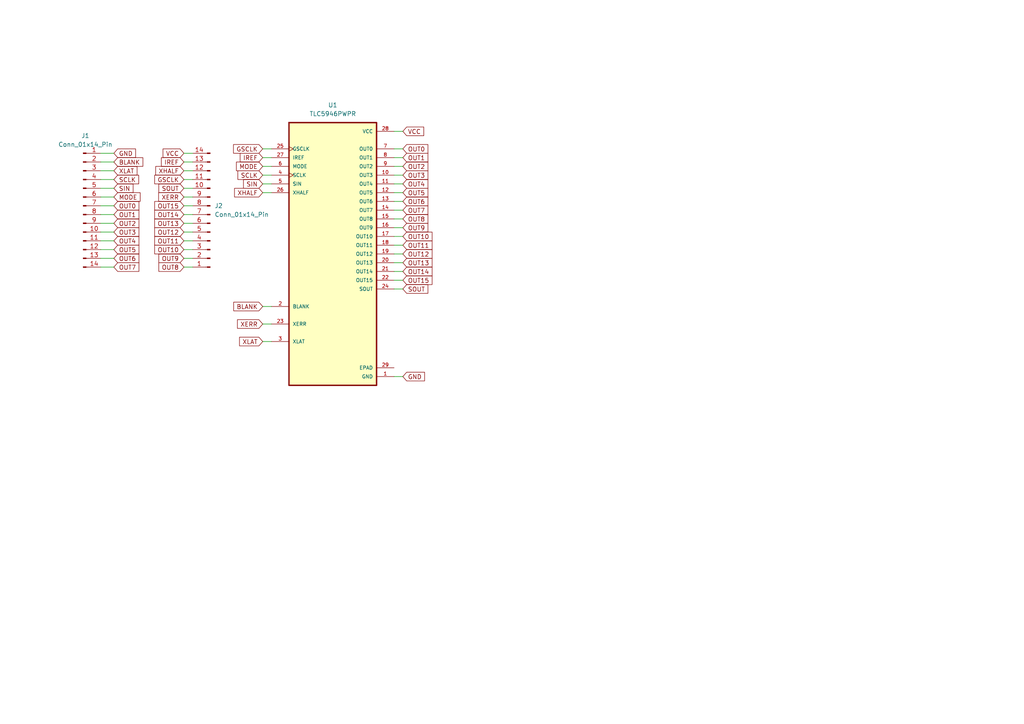
<source format=kicad_sch>
(kicad_sch (version 20231120) (generator "eeschema") (generator_version "8.0")
  (paper "A4")
  (lib_symbols
    (symbol "Connector:Conn_01x14_Pin" (pin_names (offset 1.016) hide)
      (property "Reference" "J" (at 0 17.78 0))
      (property "Value" "Conn_01x14_Pin" (at 0 -20.32 0))
      (symbol "Conn_01x14_Pin_1_1"
        (polyline (pts (xy 1.27 -17.78) (xy 0.8636 -17.78)) (stroke (width 0.1524)))
        (polyline (pts (xy 1.27 -15.24) (xy 0.8636 -15.24)) (stroke (width 0.1524)))
        (polyline (pts (xy 1.27 -12.7) (xy 0.8636 -12.7)) (stroke (width 0.1524)))
        (polyline (pts (xy 1.27 -10.16) (xy 0.8636 -10.16)) (stroke (width 0.1524)))
        (polyline (pts (xy 1.27 -7.62) (xy 0.8636 -7.62)) (stroke (width 0.1524)))
        (polyline (pts (xy 1.27 -5.08) (xy 0.8636 -5.08)) (stroke (width 0.1524)))
        (polyline (pts (xy 1.27 -2.54) (xy 0.8636 -2.54)) (stroke (width 0.1524)))
        (polyline (pts (xy 1.27 0) (xy 0.8636 0)) (stroke (width 0.1524)))
        (polyline (pts (xy 1.27 2.54) (xy 0.8636 2.54)) (stroke (width 0.1524)))
        (polyline (pts (xy 1.27 5.08) (xy 0.8636 5.08)) (stroke (width 0.1524)))
        (polyline (pts (xy 1.27 7.62) (xy 0.8636 7.62)) (stroke (width 0.1524)))
        (polyline (pts (xy 1.27 10.16) (xy 0.8636 10.16)) (stroke (width 0.1524)))
        (polyline (pts (xy 1.27 12.7) (xy 0.8636 12.7)) (stroke (width 0.1524)))
        (polyline (pts (xy 1.27 15.24) (xy 0.8636 15.24)) (stroke (width 0.1524)))
        (rectangle (start 0.8636 -17.653) (end 0 -17.907) (stroke (width 0.1524)) (fill (type outline)))
        (rectangle (start 0.8636 -15.113) (end 0 -15.367) (stroke (width 0.1524)) (fill (type outline)))
        (rectangle (start 0.8636 -12.573) (end 0 -12.827) (stroke (width 0.1524)) (fill (type outline)))
        (rectangle (start 0.8636 -10.033) (end 0 -10.287) (stroke (width 0.1524)) (fill (type outline)))
        (rectangle (start 0.8636 -7.493) (end 0 -7.747) (stroke (width 0.1524)) (fill (type outline)))
        (rectangle (start 0.8636 -4.953) (end 0 -5.207) (stroke (width 0.1524)) (fill (type outline)))
        (rectangle (start 0.8636 -2.413) (end 0 -2.667) (stroke (width 0.1524)) (fill (type outline)))
        (rectangle (start 0.8636 0.127) (end 0 -0.127) (stroke (width 0.1524)) (fill (type outline)))
        (rectangle (start 0.8636 2.667) (end 0 2.413) (stroke (width 0.1524)) (fill (type outline)))
        (rectangle (start 0.8636 5.207) (end 0 4.953) (stroke (width 0.1524)) (fill (type outline)))
        (rectangle (start 0.8636 7.747) (end 0 7.493) (stroke (width 0.1524)) (fill (type outline)))
        (rectangle (start 0.8636 10.287) (end 0 10.033) (stroke (width 0.1524)) (fill (type outline)))
        (rectangle (start 0.8636 12.827) (end 0 12.573) (stroke (width 0.1524)) (fill (type outline)))
        (rectangle (start 0.8636 15.367) (end 0 15.113) (stroke (width 0.1524)) (fill (type outline)))
        (pin passive line (at 5.08 15.24 180) (length 3.81) (name "Pin_1") (number "1"))
        (pin passive line (at 5.08 -7.62 180) (length 3.81) (name "Pin_10") (number "10"))
        (pin passive line (at 5.08 -10.16 180) (length 3.81) (name "Pin_11") (number "11"))
        (pin passive line (at 5.08 -12.7 180) (length 3.81) (name "Pin_12") (number "12"))
        (pin passive line (at 5.08 -15.24 180) (length 3.81) (name "Pin_13") (number "13"))
        (pin passive line (at 5.08 -17.78 180) (length 3.81) (name "Pin_14") (number "14"))
        (pin passive line (at 5.08 12.7 180) (length 3.81) (name "Pin_2") (number "2"))
        (pin passive line (at 5.08 10.16 180) (length 3.81) (name "Pin_3") (number "3"))
        (pin passive line (at 5.08 7.62 180) (length 3.81) (name "Pin_4") (number "4"))
        (pin passive line (at 5.08 5.08 180) (length 3.81) (name "Pin_5") (number "5"))
        (pin passive line (at 5.08 2.54 180) (length 3.81) (name "Pin_6") (number "6"))
        (pin passive line (at 5.08 0 180) (length 3.81) (name "Pin_7") (number "7"))
        (pin passive line (at 5.08 -2.54 180) (length 3.81) (name "Pin_8") (number "8"))
        (pin passive line (at 5.08 -5.08 180) (length 3.81) (name "Pin_9") (number "9"))
      )
    )
    (symbol "TLC5946PWPR:TLC5946PWPR" (pin_names (offset 1.016))
      (property "Reference" "U" (at -12.7 39.1 0))
      (property "Value" "TLC5946PWPR" (at -12.7 -42.1 0))
      (symbol "TLC5946PWPR_0_0"
        (rectangle (start -12.7 -38.1) (end 12.7 38.1) (stroke (width 0.41)) (fill (type background)))
        (pin power_in line (at 17.78 -35.56 180) (length 5.08) (name "GND") (number "1"))
        (pin output line (at 17.78 22.86 180) (length 5.08) (name "OUT3") (number "10"))
        (pin output line (at 17.78 20.32 180) (length 5.08) (name "OUT4") (number "11"))
        (pin output line (at 17.78 17.78 180) (length 5.08) (name "OUT5") (number "12"))
        (pin output line (at 17.78 15.24 180) (length 5.08) (name "OUT6") (number "13"))
        (pin output line (at 17.78 12.7 180) (length 5.08) (name "OUT7") (number "14"))
        (pin output line (at 17.78 10.16 180) (length 5.08) (name "OUT8") (number "15"))
        (pin output line (at 17.78 7.62 180) (length 5.08) (name "OUT9") (number "16"))
        (pin output line (at 17.78 5.08 180) (length 5.08) (name "OUT10") (number "17"))
        (pin output line (at 17.78 2.54 180) (length 5.08) (name "OUT11") (number "18"))
        (pin output line (at 17.78 0 180) (length 5.08) (name "OUT12") (number "19"))
        (pin bidirectional line (at -17.78 -15.24 0) (length 5.08) (name "BLANK") (number "2"))
        (pin output line (at 17.78 -2.54 180) (length 5.08) (name "OUT13") (number "20"))
        (pin output line (at 17.78 -5.08 180) (length 5.08) (name "OUT14") (number "21"))
        (pin output line (at 17.78 -7.62 180) (length 5.08) (name "OUT15") (number "22"))
        (pin bidirectional line (at -17.78 -20.32 0) (length 5.08) (name "XERR") (number "23"))
        (pin output line (at 17.78 -10.16 180) (length 5.08) (name "SOUT") (number "24"))
        (pin input clock (at -17.78 30.48 0) (length 5.08) (name "GSCLK") (number "25"))
        (pin input line (at -17.78 17.78 0) (length 5.08) (name "XHALF") (number "26"))
        (pin input line (at -17.78 27.94 0) (length 5.08) (name "IREF") (number "27"))
        (pin power_in line (at 17.78 35.56 180) (length 5.08) (name "VCC") (number "28"))
        (pin power_in line (at 17.78 -33.02 180) (length 5.08) (name "EPAD") (number "29"))
        (pin bidirectional line (at -17.78 -25.4 0) (length 5.08) (name "XLAT") (number "3"))
        (pin input clock (at -17.78 22.86 0) (length 5.08) (name "SCLK") (number "4"))
        (pin input line (at -17.78 20.32 0) (length 5.08) (name "SIN") (number "5"))
        (pin input line (at -17.78 25.4 0) (length 5.08) (name "MODE") (number "6"))
        (pin output line (at 17.78 30.48 180) (length 5.08) (name "OUT0") (number "7"))
        (pin output line (at 17.78 27.94 180) (length 5.08) (name "OUT1") (number "8"))
        (pin output line (at 17.78 25.4 180) (length 5.08) (name "OUT2") (number "9"))
      )
    )
  )
  (wire (pts (xy 76.2 93.98) (xy 78.74 93.98)))
  (wire (pts (xy 29.21 69.85) (xy 33.02 69.85)))
  (wire (pts (xy 114.3 60.96) (xy 116.84 60.96)))
  (wire (pts (xy 76.2 45.72) (xy 78.74 45.72)))
  (wire (pts (xy 114.3 78.74) (xy 116.84 78.74)))
  (wire (pts (xy 76.2 43.18) (xy 78.74 43.18)))
  (wire (pts (xy 114.3 55.88) (xy 116.84 55.88)))
  (wire (pts (xy 114.3 38.1) (xy 116.84 38.1)))
  (wire (pts (xy 53.34 74.93) (xy 55.88 74.93)))
  (wire (pts (xy 53.34 77.47) (xy 55.88 77.47)))
  (wire (pts (xy 114.3 63.5) (xy 116.84 63.5)))
  (wire (pts (xy 53.34 62.23) (xy 55.88 62.23)))
  (wire (pts (xy 29.21 46.99) (xy 33.02 46.99)))
  (wire (pts (xy 53.34 57.15) (xy 55.88 57.15)))
  (wire (pts (xy 53.34 52.07) (xy 55.88 52.07)))
  (wire (pts (xy 114.3 76.2) (xy 116.84 76.2)))
  (wire (pts (xy 29.21 74.93) (xy 33.02 74.93)))
  (wire (pts (xy 29.21 52.07) (xy 33.02 52.07)))
  (wire (pts (xy 114.3 58.42) (xy 116.84 58.42)))
  (wire (pts (xy 114.3 73.66) (xy 116.84 73.66)))
  (wire (pts (xy 114.3 81.28) (xy 116.84 81.28)))
  (wire (pts (xy 53.34 67.31) (xy 55.88 67.31)))
  (wire (pts (xy 53.34 72.39) (xy 55.88 72.39)))
  (wire (pts (xy 29.21 44.45) (xy 33.02 44.45)))
  (wire (pts (xy 114.3 53.34) (xy 116.84 53.34)))
  (wire (pts (xy 53.34 46.99) (xy 55.88 46.99)))
  (wire (pts (xy 114.3 71.12) (xy 116.84 71.12)))
  (wire (pts (xy 53.34 59.69) (xy 55.88 59.69)))
  (wire (pts (xy 29.21 64.77) (xy 33.02 64.77)))
  (wire (pts (xy 29.21 57.15) (xy 33.02 57.15)))
  (wire (pts (xy 29.21 72.39) (xy 33.02 72.39)))
  (wire (pts (xy 53.34 69.85) (xy 55.88 69.85)))
  (wire (pts (xy 29.21 67.31) (xy 33.02 67.31)))
  (wire (pts (xy 29.21 54.61) (xy 33.02 54.61)))
  (wire (pts (xy 114.3 45.72) (xy 116.84 45.72)))
  (wire (pts (xy 114.3 68.58) (xy 116.84 68.58)))
  (wire (pts (xy 76.2 48.26) (xy 78.74 48.26)))
  (wire (pts (xy 114.3 83.82) (xy 116.84 83.82)))
  (wire (pts (xy 29.21 77.47) (xy 33.02 77.47)))
  (wire (pts (xy 53.34 44.45) (xy 55.88 44.45)))
  (wire (pts (xy 76.2 50.8) (xy 78.74 50.8)))
  (wire (pts (xy 76.2 88.9) (xy 78.74 88.9)))
  (wire (pts (xy 29.21 62.23) (xy 33.02 62.23)))
  (wire (pts (xy 29.21 59.69) (xy 33.02 59.69)))
  (wire (pts (xy 76.2 99.06) (xy 78.74 99.06)))
  (wire (pts (xy 29.21 49.53) (xy 33.02 49.53)))
  (wire (pts (xy 76.2 55.88) (xy 78.74 55.88)))
  (wire (pts (xy 114.3 109.22) (xy 116.84 109.22)))
  (wire (pts (xy 76.2 53.34) (xy 78.74 53.34)))
  (wire (pts (xy 114.3 50.8) (xy 116.84 50.8)))
  (wire (pts (xy 114.3 48.26) (xy 116.84 48.26)))
  (wire (pts (xy 53.34 54.61) (xy 55.88 54.61)))
  (wire (pts (xy 53.34 64.77) (xy 55.88 64.77)))
  (wire (pts (xy 114.3 66.04) (xy 116.84 66.04)))
  (wire (pts (xy 53.34 49.53) (xy 55.88 49.53)))
  (wire (pts (xy 114.3 43.18) (xy 116.84 43.18)))
  (global_label "OUT8" (shape input) (at 53.34 77.47 180) (property "Intersheetrefs" "${INTERSHEET_REFS}" (effects (hide yes))))
  (global_label "SIN" (shape input) (at 33.02 54.61 0) (property "Intersheetrefs" "${INTERSHEET_REFS}" (effects (hide yes))))
  (global_label "GND" (shape input) (at 33.02 44.45 0) (property "Intersheetrefs" "${INTERSHEET_REFS}" (effects (hide yes))))
  (global_label "OUT8" (shape input) (at 116.84 63.5 0) (property "Intersheetrefs" "${INTERSHEET_REFS}" (effects (hide yes))))
  (global_label "XERR" (shape input) (at 53.34 57.15 180) (property "Intersheetrefs" "${INTERSHEET_REFS}" (effects (hide yes))))
  (global_label "VCC" (shape input) (at 53.34 44.45 180) (property "Intersheetrefs" "${INTERSHEET_REFS}" (effects (hide yes))))
  (global_label "OUT11" (shape input) (at 116.84 71.12 0) (property "Intersheetrefs" "${INTERSHEET_REFS}" (effects (hide yes))))
  (global_label "OUT3" (shape input) (at 116.84 50.8 0) (property "Intersheetrefs" "${INTERSHEET_REFS}" (effects (hide yes))))
  (global_label "OUT2" (shape input) (at 116.84 48.26 0) (property "Intersheetrefs" "${INTERSHEET_REFS}" (effects (hide yes))))
  (global_label "XLAT" (shape input) (at 76.2 99.06 180) (property "Intersheetrefs" "${INTERSHEET_REFS}" (effects (hide yes))))
  (global_label "OUT9" (shape input) (at 53.34 74.93 180) (property "Intersheetrefs" "${INTERSHEET_REFS}" (effects (hide yes))))
  (global_label "OUT1" (shape input) (at 33.02 62.23 0) (property "Intersheetrefs" "${INTERSHEET_REFS}" (effects (hide yes))))
  (global_label "OUT5" (shape input) (at 116.84 55.88 0) (property "Intersheetrefs" "${INTERSHEET_REFS}" (effects (hide yes))))
  (global_label "OUT2" (shape input) (at 33.02 64.77 0) (property "Intersheetrefs" "${INTERSHEET_REFS}" (effects (hide yes))))
  (global_label "OUT15" (shape input) (at 53.34 59.69 180) (property "Intersheetrefs" "${INTERSHEET_REFS}" (effects (hide yes))))
  (global_label "GSCLK" (shape input) (at 53.34 52.07 180) (property "Intersheetrefs" "${INTERSHEET_REFS}" (effects (hide yes))))
  (global_label "OUT15" (shape input) (at 116.84 81.28 0) (property "Intersheetrefs" "${INTERSHEET_REFS}" (effects (hide yes))))
  (global_label "OUT9" (shape input) (at 116.84 66.04 0) (property "Intersheetrefs" "${INTERSHEET_REFS}" (effects (hide yes))))
  (global_label "GSCLK" (shape input) (at 76.2 43.18 180) (property "Intersheetrefs" "${INTERSHEET_REFS}" (effects (hide yes))))
  (global_label "OUT12" (shape input) (at 53.34 67.31 180) (property "Intersheetrefs" "${INTERSHEET_REFS}" (effects (hide yes))))
  (global_label "OUT6" (shape input) (at 33.02 74.93 0) (property "Intersheetrefs" "${INTERSHEET_REFS}" (effects (hide yes))))
  (global_label "BLANK" (shape input) (at 33.02 46.99 0) (property "Intersheetrefs" "${INTERSHEET_REFS}" (effects (hide yes))))
  (global_label "XERR" (shape input) (at 76.2 93.98 180) (property "Intersheetrefs" "${INTERSHEET_REFS}" (effects (hide yes))))
  (global_label "IREF" (shape input) (at 76.2 45.72 180) (property "Intersheetrefs" "${INTERSHEET_REFS}" (effects (hide yes))))
  (global_label "OUT4" (shape input) (at 116.84 53.34 0) (property "Intersheetrefs" "${INTERSHEET_REFS}" (effects (hide yes))))
  (global_label "OUT7" (shape input) (at 33.02 77.47 0) (property "Intersheetrefs" "${INTERSHEET_REFS}" (effects (hide yes))))
  (global_label "SOUT" (shape input) (at 53.34 54.61 180) (property "Intersheetrefs" "${INTERSHEET_REFS}" (effects (hide yes))))
  (global_label "OUT13" (shape input) (at 53.34 64.77 180) (property "Intersheetrefs" "${INTERSHEET_REFS}" (effects (hide yes))))
  (global_label "IREF" (shape input) (at 53.34 46.99 180) (property "Intersheetrefs" "${INTERSHEET_REFS}" (effects (hide yes))))
  (global_label "OUT14" (shape input) (at 53.34 62.23 180) (property "Intersheetrefs" "${INTERSHEET_REFS}" (effects (hide yes))))
  (global_label "OUT4" (shape input) (at 33.02 69.85 0) (property "Intersheetrefs" "${INTERSHEET_REFS}" (effects (hide yes))))
  (global_label "OUT10" (shape input) (at 116.84 68.58 0) (property "Intersheetrefs" "${INTERSHEET_REFS}" (effects (hide yes))))
  (global_label "OUT0" (shape input) (at 33.02 59.69 0) (property "Intersheetrefs" "${INTERSHEET_REFS}" (effects (hide yes))))
  (global_label "OUT7" (shape input) (at 116.84 60.96 0) (property "Intersheetrefs" "${INTERSHEET_REFS}" (effects (hide yes))))
  (global_label "OUT0" (shape input) (at 116.84 43.18 0) (property "Intersheetrefs" "${INTERSHEET_REFS}" (effects (hide yes))))
  (global_label "OUT13" (shape input) (at 116.84 76.2 0) (property "Intersheetrefs" "${INTERSHEET_REFS}" (effects (hide yes))))
  (global_label "OUT10" (shape input) (at 53.34 72.39 180) (property "Intersheetrefs" "${INTERSHEET_REFS}" (effects (hide yes))))
  (global_label "OUT11" (shape input) (at 53.34 69.85 180) (property "Intersheetrefs" "${INTERSHEET_REFS}" (effects (hide yes))))
  (global_label "XHALF" (shape input) (at 76.2 55.88 180) (property "Intersheetrefs" "${INTERSHEET_REFS}" (effects (hide yes))))
  (global_label "VCC" (shape input) (at 116.84 38.1 0) (property "Intersheetrefs" "${INTERSHEET_REFS}" (effects (hide yes))))
  (global_label "OUT5" (shape input) (at 33.02 72.39 0) (property "Intersheetrefs" "${INTERSHEET_REFS}" (effects (hide yes))))
  (global_label "OUT14" (shape input) (at 116.84 78.74 0) (property "Intersheetrefs" "${INTERSHEET_REFS}" (effects (hide yes))))
  (global_label "MODE" (shape input) (at 76.2 48.26 180) (property "Intersheetrefs" "${INTERSHEET_REFS}" (effects (hide yes))))
  (global_label "GND" (shape input) (at 116.84 109.22 0) (property "Intersheetrefs" "${INTERSHEET_REFS}" (effects (hide yes))))
  (global_label "SIN" (shape input) (at 76.2 53.34 180) (property "Intersheetrefs" "${INTERSHEET_REFS}" (effects (hide yes))))
  (global_label "OUT1" (shape input) (at 116.84 45.72 0) (property "Intersheetrefs" "${INTERSHEET_REFS}" (effects (hide yes))))
  (global_label "OUT3" (shape input) (at 33.02 67.31 0) (property "Intersheetrefs" "${INTERSHEET_REFS}" (effects (hide yes))))
  (global_label "SCLK" (shape input) (at 76.2 50.8 180) (property "Intersheetrefs" "${INTERSHEET_REFS}" (effects (hide yes))))
  (global_label "XLAT" (shape input) (at 33.02 49.53 0) (property "Intersheetrefs" "${INTERSHEET_REFS}" (effects (hide yes))))
  (global_label "MODE" (shape input) (at 33.02 57.15 0) (property "Intersheetrefs" "${INTERSHEET_REFS}" (effects (hide yes))))
  (global_label "SCLK" (shape input) (at 33.02 52.07 0) (property "Intersheetrefs" "${INTERSHEET_REFS}" (effects (hide yes))))
  (global_label "OUT6" (shape input) (at 116.84 58.42 0) (property "Intersheetrefs" "${INTERSHEET_REFS}" (effects (hide yes))))
  (global_label "SOUT" (shape input) (at 116.84 83.82 0) (property "Intersheetrefs" "${INTERSHEET_REFS}" (effects (hide yes))))
  (global_label "BLANK" (shape input) (at 76.2 88.9 180) (property "Intersheetrefs" "${INTERSHEET_REFS}" (effects (hide yes))))
  (global_label "XHALF" (shape input) (at 53.34 49.53 180) (property "Intersheetrefs" "${INTERSHEET_REFS}" (effects (hide yes))))
  (global_label "OUT12" (shape input) (at 116.84 73.66 0) (property "Intersheetrefs" "${INTERSHEET_REFS}" (effects (hide yes))))
  (symbol (lib_id "TLC5946PWPR:TLC5946PWPR") (at 96.52 73.66 0) (unit 1)
    (property "Reference" "U1" (at 96.52 30.48 0))
    (property "Value" "TLC5946PWPR" (at 96.52 33.02 0))
    (property "Footprint" "footprintlib:IC_TPS61196PWPRQ1" (effects (hide yes)))
  )
  (symbol (lib_id "Connector:Conn_01x14_Pin") (at 24.13 59.69 0) (unit 1)
    (property "Reference" "J1" (at 24.765 39.37 0))
    (property "Value" "Conn_01x14_Pin" (at 24.765 41.91 0))
    (property "Footprint" "Connector_PinHeader_2.54mm:PinHeader_1x14_P2.54mm_Vertical" (effects (hide yes)))
    (property "Description" "Generic connector, single row, 01x14, script generated" (effects (hide yes)))
  )
  (symbol (lib_id "Connector:Conn_01x14_Pin") (at 60.96 62.23 180) (unit 1)
    (property "Reference" "J2" (at 62.23 59.6899 0) (effects (justify right)))
    (property "Value" "Conn_01x14_Pin" (at 62.23 62.2299 0) (effects (justify right)))
    (property "Footprint" "Connector_PinHeader_2.54mm:PinHeader_1x14_P2.54mm_Vertical" (effects (hide yes)))
    (property "Description" "Generic connector, single row, 01x14, script generated" (effects (hide yes)))
  )
)
</source>
